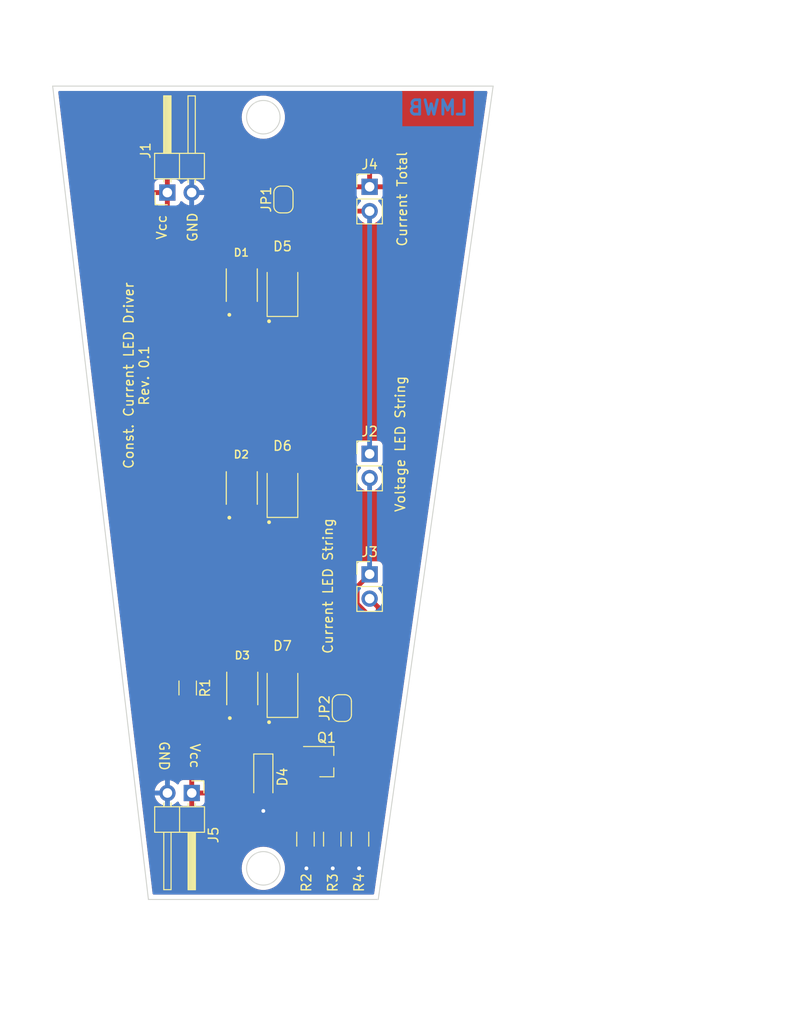
<source format=kicad_pcb>
(kicad_pcb (version 20240108) (generator "pcbnew") (generator_version "8.0")
  (layers (0 "F.Cu" signal) (31 "B.Cu" signal) (34 "B.Paste" user) (35 "F.Paste" user) (36 "B.SilkS" user "B.Silkscreen") (37 "F.SilkS" user "F.Silkscreen") (38 "B.Mask" user) (39 "F.Mask" user) (44 "Edge.Cuts" user))
  (net 0 "")
  (net 1 "Net-(D1-Pad1)")
  (net 2 "+12V")
  (net 3 "Net-(D2-Pad1)")
  (net 4 "Net-(D4-Pad1)")
  (net 5 "GND")
  (net 6 "/CS-")
  (net 7 "/C+")
  (net 8 "/C-")
  (net 9 "Net-(Q1-Pad2)")
  (net 10 "Net-(D5-Pad1)")
  (net 11 "Net-(D6-Pad1)")
  (footprint "Resistor_SMD:R_1206_3216Metric_Pad1.30x1.75mm_HandSolder" (layer "F.Cu") (at 128.9 139.7 -90)
    (property "Reference" "R2" (at 4.55 -0.1 90) (layer "F.SilkS"))
    (property "Value" "47")
    (fp_line (start -0.727064 0.91) (end 0.727064 0.91) (stroke (width 0.12)) (layer "F.SilkS"))
    (fp_line (start -0.727064 -0.91) (end 0.727064 -0.91) (stroke (width 0.12)) (layer "F.SilkS"))
    (pad "1" smd roundrect (at -1.55 0 270) (size 1.3 1.75) (layers "F.Cu" "F.Paste" "F.Mask") (roundrect_rratio 0.1923076923) (net 9 "Net-(Q1-Pad2)"))
    (pad "2" smd roundrect (at 1.55 0 270) (size 1.3 1.75) (layers "F.Cu" "F.Paste" "F.Mask") (roundrect_rratio 0.1923076923) (net 5 "GND"))
  )
  (footprint "Connector_PinHeader_2.54mm:PinHeader_1x02_P2.54mm_Vertical" (layer "F.Cu") (at 135.6 112.025)
    (property "Reference" "J3" (at 0 -2.33 0) (layer "F.SilkS"))
    (property "Value" "Conn_01x02")
    (fp_line (start -1.33 -1.33) (end 0 -1.33) (stroke (width 0.12)) (layer "F.SilkS"))
    (fp_line (start -1.33 0) (end -1.33 -1.33) (stroke (width 0.12)) (layer "F.SilkS"))
    (fp_line (start -1.33 1.27) (end -1.33 3.87) (stroke (width 0.12)) (layer "F.SilkS"))
    (fp_line (start -1.33 1.27) (end 1.33 1.27) (stroke (width 0.12)) (layer "F.SilkS"))
    (fp_line (start -1.33 3.87) (end 1.33 3.87) (stroke (width 0.12)) (layer "F.SilkS"))
    (fp_line (start 1.33 1.27) (end 1.33 3.87) (stroke (width 0.12)) (layer "F.SilkS"))
    (pad "1" thru_hole rect (at 0 0) (size 1.7 1.7) (drill 1) (layers "*.Cu" "*.Mask") (net 7 "/C+"))
    (pad "2" thru_hole oval (at 0 2.54) (size 1.7 1.7) (drill 1) (layers "*.Cu" "*.Mask") (net 8 "/C-"))
  )
  (footprint "Connector_PinHeader_2.54mm:PinHeader_1x02_P2.54mm_Horizontal" (layer "F.Cu") (at 114.475 72.125 90)
    (property "Reference" "J1" (at 4.385 -2.27 90) (layer "F.SilkS"))
    (property "Value" "Conn_01x02")
    (fp_line (start 4.1 -1.33) (end 1.44 -1.33) (stroke (width 0.12)) (layer "F.SilkS"))
    (fp_line (start 1.44 -1.33) (end 1.44 3.87) (stroke (width 0.12)) (layer "F.SilkS"))
    (fp_line (start -1.27 -1.27) (end 0 -1.27) (stroke (width 0.12)) (layer "F.SilkS"))
    (fp_line (start 10.1 -0.38) (end 10.1 0.38) (stroke (width 0.12)) (layer "F.SilkS"))
    (fp_line (start 4.1 -0.38) (end 10.1 -0.38) (stroke (width 0.12)) (layer "F.SilkS"))
    (fp_line (start 1.11 -0.38) (end 1.44 -0.38) (stroke (width 0.12)) (layer "F.SilkS"))
    (fp_line (start 4.1 -0.32) (end 10.1 -0.32) (stroke (width 0.12)) (layer "F.SilkS"))
    (fp_line (start 4.1 -0.2) (end 10.1 -0.2) (stroke (width 0.12)) (layer "F.SilkS"))
    (fp_line (start 4.1 -0.08) (end 10.1 -0.08) (stroke (width 0.12)) (layer "F.SilkS"))
    (fp_line (start -1.27 0) (end -1.27 -1.27) (stroke (width 0.12)) (layer "F.SilkS"))
    (fp_line (start 4.1 0.04) (end 10.1 0.04) (stroke (width 0.12)) (layer "F.SilkS"))
    (fp_line (start 4.1 0.16) (end 10.1 0.16) (stroke (width 0.12)) (layer "F.SilkS"))
    (fp_line (start 4.1 0.28) (end 10.1 0.28) (stroke (width 0.12)) (layer "F.SilkS"))
    (fp_line (start 10.1 0.38) (end 4.1 0.38) (stroke (width 0.12)) (layer "F.SilkS"))
    (fp_line (start 1.11 0.38) (end 1.44 0.38) (stroke (width 0.12)) (layer "F.SilkS"))
    (fp_line (start 1.44 1.27) (end 4.1 1.27) (stroke (width 0.12)) (layer "F.SilkS"))
    (fp_line (start 10.1 2.16) (end 10.1 2.92) (stroke (width 0.12)) (layer "F.SilkS"))
    (fp_line (start 4.1 2.16) (end 10.1 2.16) (stroke (width 0.12)) (layer "F.SilkS"))
    (fp_line (start 1.042929 2.16) (end 1.44 2.16) (stroke (width 0.12)) (layer "F.SilkS"))
    (fp_line (start 10.1 2.92) (end 4.1 2.92) (stroke (width 0.12)) (layer "F.SilkS"))
    (fp_line (start 1.042929 2.92) (end 1.44 2.92) (stroke (width 0.12)) (layer "F.SilkS"))
    (fp_line (start 4.1 3.87) (end 4.1 -1.33) (stroke (width 0.12)) (layer "F.SilkS"))
    (fp_line (start 1.44 3.87) (end 4.1 3.87) (stroke (width 0.12)) (layer "F.SilkS"))
    (pad "1" thru_hole rect (at 0 0 90) (size 1.7 1.7) (drill 1) (layers "*.Cu" "*.Mask") (net 2 "+12V"))
    (pad "2" thru_hole oval (at 0 2.54 90) (size 1.7 1.7) (drill 1) (layers "*.Cu" "*.Mask") (net 5 "GND"))
  )
  (footprint "Jumper:SolderJumper-2_P1.3mm_Bridged2Bar_RoundedPad1.0x1.5mm" (layer "F.Cu") (at 126.6 72.850001 90)
    (property "Reference" "JP1" (at 0 -1.8 90) (layer "F.SilkS"))
    (property "Value" "SolderJumper_2_Bridged")
    (fp_poly (pts (xy -0.25 -0.6) (xy 0.25 -0.6) (xy 0.25 -0.2) (xy -0.25 -0.2)) (fill solid) (layer "F.Cu"))
    (fp_poly (pts (xy -0.25 0.2) (xy 0.25 0.2) (xy 0.25 0.6) (xy -0.25 0.6)) (fill solid) (layer "F.Cu"))
    (fp_line (start -0.7 -1) (end 0.7 -1) (stroke (width 0.12)) (layer "F.SilkS"))
    (fp_line (start 1.4 -0.3) (end 1.4 0.3) (stroke (width 0.12)) (layer "F.SilkS"))
    (fp_line (start -1.4 0.3) (end -1.4 -0.3) (stroke (width 0.12)) (layer "F.SilkS"))
    (fp_line (start 0.7 1) (end -0.7 1) (stroke (width 0.12)) (layer "F.SilkS"))
    (fp_arc (start 0.7 -1) (mid 1.194975 -0.794975) (end 1.4 -0.3) (stroke (width 0.12)) (layer "F.SilkS"))
    (fp_arc (start -1.4 -0.3) (mid -1.194975 -0.794975) (end -0.7 -1) (stroke (width 0.12)) (layer "F.SilkS"))
    (fp_arc (start 1.4 0.3) (mid 1.194975 0.794975) (end 0.7 1) (stroke (width 0.12)) (layer "F.SilkS"))
    (fp_arc (start -0.7 1) (mid -1.194975 0.794975) (end -1.4 0.3) (stroke (width 0.12)) (layer "F.SilkS"))
    (pad "1" smd custom (at -0.65 0 90) (size 1 0.5) (layers "F.Cu" "F.Mask") (net 6 "/CS-") (options (clearance outline) (anchor rect)) (primitives (gr_circle (center 0 0.25) (end 0.5 0.25) (width 0) (fill yes)) (gr_circle (center 0 -0.25) (end 0.5 -0.25) (width 0) (fill yes)) (gr_poly (pts (xy 0.5 0.75) (xy 0 0.75) (xy 0 -0.75) (xy 0.5 -0.75)) (width 0) (fill yes))))
    (pad "2" smd custom (at 0.65 0 90) (size 1 0.5) (layers "F.Cu" "F.Mask") (net 2 "+12V") (options (clearance outline) (anchor rect)) (primitives (gr_circle (center 0 0.25) (end 0.5 0.25) (width 0) (fill yes)) (gr_circle (center 0 -0.25) (end 0.5 -0.25) (width 0) (fill yes)) (gr_poly (pts (xy 0 0.75) (xy -0.5 0.75) (xy -0.5 -0.75) (xy 0 -0.75)) (width 0) (fill yes))))
  )
  (footprint "Package_TO_SOT_SMD:SOT-23_Handsoldering" (layer "F.Cu") (at 131.1 131.6)
    (property "Reference" "Q1" (at 0 -2.5 0) (layer "F.SilkS"))
    (property "Value" "BC847")
    (fp_line (start 0.76 -1.58) (end -2.4 -1.58) (stroke (width 0.12)) (layer "F.SilkS"))
    (fp_line (start 0.76 -1.58) (end 0.76 -0.65) (stroke (width 0.12)) (layer "F.SilkS"))
    (fp_line (start 0.76 1.58) (end -0.7 1.58) (stroke (width 0.12)) (layer "F.SilkS"))
    (fp_line (start 0.76 1.58) (end 0.76 0.65) (stroke (width 0.12)) (layer "F.SilkS"))
    (pad "1" smd rect (at -1.5 -0.95) (size 1.9 0.8) (layers "F.Cu" "F.Paste" "F.Mask") (net 4 "Net-(D4-Pad1)"))
    (pad "2" smd rect (at -1.5 0.95) (size 1.9 0.8) (layers "F.Cu" "F.Paste" "F.Mask") (net 9 "Net-(Q1-Pad2)"))
    (pad "3" smd rect (at 1.5 0) (size 1.9 0.8) (layers "F.Cu" "F.Paste" "F.Mask") (net 8 "/C-"))
  )
  (footprint "LED_SMD_LMWB:LED_PLCC_2835_Handsoldering_XL" (layer "F.Cu") (at 126.5 123.775 90)
    (property "Reference" "D7" (at 4.275 0 0) (layer "F.SilkS"))
    (property "Value" "LED")
    (fp_line (start 1.4 -1.6) (end -3.2 -1.6) (stroke (width 0.12)) (layer "F.SilkS"))
    (fp_line (start -3.2 -1.6) (end -3.2 1.6) (stroke (width 0.12)) (layer "F.SilkS"))
    (fp_line (start 1.4 1.6) (end -3.2 1.6) (stroke (width 0.12)) (layer "F.SilkS"))
    (fp_circle (center -3.7 -1.4) (end -3.6 -1.4) (stroke (width 0.2)) (fill none) (layer "F.SilkS"))
    (pad "1" smd rect (at -1.3 0 90) (size 3 2.2) (layers "F.Cu" "F.Paste" "F.Mask") (net 7 "/C+"))
    (pad "2" smd rect (at 1.775 0 90) (size 2.05 2.2) (layers "F.Cu" "F.Paste" "F.Mask") (net 11 "Net-(D6-Pad1)"))
  )
  (footprint "LED_SMD_LMWB:LED_PLCC_2835_Handsoldering_XL" (layer "F.Cu") (at 126.5 102.875 90)
    (property "Reference" "D6" (at 4.275 0 0) (layer "F.SilkS"))
    (property "Value" "LED")
    (fp_line (start 1.4 -1.6) (end -3.2 -1.6) (stroke (width 0.12)) (layer "F.SilkS"))
    (fp_line (start -3.2 -1.6) (end -3.2 1.6) (stroke (width 0.12)) (layer "F.SilkS"))
    (fp_line (start 1.4 1.6) (end -3.2 1.6) (stroke (width 0.12)) (layer "F.SilkS"))
    (fp_circle (center -3.7 -1.4) (end -3.6 -1.4) (stroke (width 0.2)) (fill none) (layer "F.SilkS"))
    (pad "1" smd rect (at -1.3 0 90) (size 3 2.2) (layers "F.Cu" "F.Paste" "F.Mask") (net 11 "Net-(D6-Pad1)"))
    (pad "2" smd rect (at 1.775 0 90) (size 2.05 2.2) (layers "F.Cu" "F.Paste" "F.Mask") (net 10 "Net-(D5-Pad1)"))
  )
  (footprint "LED_SMD_LMWB:LED_3528_Handsolder_XL" (layer "F.Cu") (at 122.25 81.8 90)
    (property "Reference" "D1" (at 3.4 -0.05 180) (layer "F.SilkS") (effects (font (size 0.8 0.8))))
    (property "Value" "LED")
    (fp_line (start 1.7 -1.62) (end -1.7 -1.62) (stroke (width 0.127)) (layer "F.SilkS"))
    (fp_line (start -1.7 1.62) (end 1.7 1.62) (stroke (width 0.127)) (layer "F.SilkS"))
    (fp_circle (center -3.1 -1.3) (end -3 -1.3) (stroke (width 0.2)) (fill none) (layer "F.SilkS"))
    (pad "1" smd rect (at -1.55 0 90) (size 1.5 2.6) (layers "F.Cu" "F.Paste" "F.Mask") (net 1 "Net-(D1-Pad1)"))
    (pad "2" smd rect (at 1.55 0 90) (size 1.5 2.6) (layers "F.Cu" "F.Paste" "F.Mask") (net 6 "/CS-"))
  )
  (footprint "Resistor_SMD:R_1206_3216Metric_Pad1.30x1.75mm_HandSolder" (layer "F.Cu") (at 131.7 139.7 -90)
    (property "Reference" "R3" (at 4.55 -0.05 90) (layer "F.SilkS"))
    (property "Value" "47")
    (fp_line (start -0.727064 0.91) (end 0.727064 0.91) (stroke (width 0.12)) (layer "F.SilkS"))
    (fp_line (start -0.727064 -0.91) (end 0.727064 -0.91) (stroke (width 0.12)) (layer "F.SilkS"))
    (pad "1" smd roundrect (at -1.55 0 270) (size 1.3 1.75) (layers "F.Cu" "F.Paste" "F.Mask") (roundrect_rratio 0.1923076923) (net 9 "Net-(Q1-Pad2)"))
    (pad "2" smd roundrect (at 1.55 0 270) (size 1.3 1.75) (layers "F.Cu" "F.Paste" "F.Mask") (roundrect_rratio 0.1923076923) (net 5 "GND"))
  )
  (footprint "LED_SMD_LMWB:LED_3528_Handsolder_XL" (layer "F.Cu") (at 122.25 103 90)
    (property "Reference" "D2" (at 3.5 -0.05 0) (layer "F.SilkS") (effects (font (size 0.8 0.8))))
    (property "Value" "LED")
    (fp_line (start 1.7 -1.62) (end -1.7 -1.62) (stroke (width 0.127)) (layer "F.SilkS"))
    (fp_line (start -1.7 1.62) (end 1.7 1.62) (stroke (width 0.127)) (layer "F.SilkS"))
    (fp_circle (center -3.1 -1.3) (end -3 -1.3) (stroke (width 0.2)) (fill none) (layer "F.SilkS"))
    (pad "1" smd rect (at -1.55 0 90) (size 1.5 2.6) (layers "F.Cu" "F.Paste" "F.Mask") (net 3 "Net-(D2-Pad1)"))
    (pad "2" smd rect (at 1.55 0 90) (size 1.5 2.6) (layers "F.Cu" "F.Paste" "F.Mask") (net 1 "Net-(D1-Pad1)"))
  )
  (footprint "Connector_PinHeader_2.54mm:PinHeader_1x02_P2.54mm_Horizontal" (layer "F.Cu") (at 117.025 134.875 -90)
    (property "Reference" "J5" (at 4.385 -2.27 90) (layer "F.SilkS"))
    (property "Value" "Conn_01x02")
    (fp_line (start 1.44 3.87) (end 4.1 3.87) (stroke (width 0.12)) (layer "F.SilkS"))
    (fp_line (start 4.1 3.87) (end 4.1 -1.33) (stroke (width 0.12)) (layer "F.SilkS"))
    (fp_line (start 1.042929 2.92) (end 1.44 2.92) (stroke (width 0.12)) (layer "F.SilkS"))
    (fp_line (start 10.1 2.92) (end 4.1 2.92) (stroke (width 0.12)) (layer "F.SilkS"))
    (fp_line (start 1.042929 2.16) (end 1.44 2.16) (stroke (width 0.12)) (layer "F.SilkS"))
    (fp_line (start 4.1 2.16) (end 10.1 2.16) (stroke (width 0.12)) (layer "F.SilkS"))
    (fp_line (start 10.1 2.16) (end 10.1 2.92) (stroke (width 0.12)) (layer "F.SilkS"))
    (fp_line (start 1.44 1.27) (end 4.1 1.27) (stroke (width 0.12)) (layer "F.SilkS"))
    (fp_line (start 1.11 0.38) (end 1.44 0.38) (stroke (width 0.12)) (layer "F.SilkS"))
    (fp_line (start 10.1 0.38) (end 4.1 0.38) (stroke (width 0.12)) (layer "F.SilkS"))
    (fp_line (start 4.1 0.28) (end 10.1 0.28) (stroke (width 0.12)) (layer "F.SilkS"))
    (fp_line (start 4.1 0.16) (end 10.1 0.16) (stroke (width 0.12)) (layer "F.SilkS"))
    (fp_line (start 4.1 0.04) (end 10.1 0.04) (stroke (width 0.12)) (layer "F.SilkS"))
    (fp_line (start -1.27 0) (end -1.27 -1.27) (stroke (width 0.12)) (layer "F.SilkS"))
    (fp_line (start 4.1 -0.08) (end 10.1 -0.08) (stroke (width 0.12)) (layer "F.SilkS"))
    (fp_line (start 4.1 -0.2) (end 10.1 -0.2) (stroke (width 0.12)) (layer "F.SilkS"))
    (fp_line (start 4.1 -0.32) (end 10.1 -0.32) (stroke (width 0.12)) (layer "F.SilkS"))
    (fp_line (start 1.11 -0.38) (end 1.44 -0.38) (stroke (width 0.12)) (layer "F.SilkS"))
    (fp_line (start 4.1 -0.38) (end 10.1 -0.38) (stroke (width 0.12)) (layer "F.SilkS"))
    (fp_line (start 10.1 -0.38) (end 10.1 0.38) (stroke (width 0.12)) (layer "F.SilkS"))
    (fp_line (start -1.27 -1.27) (end 0 -1.27) (stroke (width 0.12)) (layer "F.SilkS"))
    (fp_line (start 1.44 -1.33) (end 1.44 3.87) (stroke (width 0.12)) (layer "F.SilkS"))
    (fp_line (start 4.1 -1.33) (end 1.44 -1.33) (stroke (width 0.12)) (layer "F.SilkS"))
    (pad "1" thru_hole rect (at 0 0 270) (size 1.7 1.7) (drill 1) (layers "*.Cu" "*.Mask") (net 2 "+12V"))
    (pad "2" thru_hole oval (at 0 2.54 270) (size 1.7 1.7) (drill 1) (layers "*.Cu" "*.Mask") (net 5 "GND"))
  )
  (footprint "LED_SMD_LMWB:LED_3528_Handsolder_XL" (layer "F.Cu") (at 122.3 123.95 90)
    (property "Reference" "D3" (at 3.45 0 0) (layer "F.SilkS") (effects (font (size 0.8 0.8))))
    (property "Value" "LED")
    (fp_line (start 1.7 -1.62) (end -1.7 -1.62) (stroke (width 0.127)) (layer "F.SilkS"))
    (fp_line (start -1.7 1.62) (end 1.7 1.62) (stroke (width 0.127)) (layer "F.SilkS"))
    (fp_circle (center -3.1 -1.3) (end -3 -1.3) (stroke (width 0.2)) (fill none) (layer "F.SilkS"))
    (pad "1" smd rect (at -1.55 0 90) (size 1.5 2.6) (layers "F.Cu" "F.Paste" "F.Mask") (net 7 "/C+"))
    (pad "2" smd rect (at 1.55 0 90) (size 1.5 2.6) (layers "F.Cu" "F.Paste" "F.Mask") (net 3 "Net-(D2-Pad1)"))
  )
  (footprint "LED_SMD_LMWB:LED_PLCC_2835_Handsoldering_XL" (layer "F.Cu") (at 126.5 81.875 90)
    (property "Reference" "D5" (at 4.125 0 0) (layer "F.SilkS"))
    (property "Value" "LED")
    (fp_line (start 1.4 -1.6) (end -3.2 -1.6) (stroke (width 0.12)) (layer "F.SilkS"))
    (fp_line (start -3.2 -1.6) (end -3.2 1.6) (stroke (width 0.12)) (layer "F.SilkS"))
    (fp_line (start 1.4 1.6) (end -3.2 1.6) (stroke (width 0.12)) (layer "F.SilkS"))
    (fp_circle (center -3.7 -1.4) (end -3.6 -1.4) (stroke (width 0.2)) (fill none) (layer "F.SilkS"))
    (pad "1" smd rect (at -1.3 0 90) (size 3 2.2) (layers "F.Cu" "F.Paste" "F.Mask") (net 10 "Net-(D5-Pad1)"))
    (pad "2" smd rect (at 1.775 0 90) (size 2.05 2.2) (layers "F.Cu" "F.Paste" "F.Mask") (net 6 "/CS-"))
  )
  (footprint "LED_SMD_LMWB:D_SOD-123_Handsolder" (layer "F.Cu") (at 124.5 133.2 -90)
    (property "Reference" "D4" (at 0 -2 -90) (layer "F.SilkS"))
    (property "Value" "D_Zener")
    (fp_line (start -2.4 1) (end 1.65 1) (stroke (width 0.12)) (layer "F.SilkS"))
    (fp_line (start -2.4 -1) (end -2.4 1) (stroke (width 0.12)) (layer "F.SilkS"))
    (fp_line (start -2.4 -1) (end 1.65 -1) (stroke (width 0.12)) (layer "F.SilkS"))
    (pad "1" smd rect (at -1.7 0 270) (size 1 1.2) (layers "F.Cu" "F.Paste" "F.Mask") (net 4 "Net-(D4-Pad1)"))
    (pad "2" smd rect (at 1.7 0 270) (size 1 1.2) (layers "F.Cu" "F.Paste" "F.Mask") (net 5 "GND"))
  )
  (footprint "Jumper:SolderJumper-2_P1.3mm_Bridged2Bar_RoundedPad1.0x1.5mm" (layer "F.Cu") (at 132.7 126 90)
    (property "Reference" "JP2" (at 0 -1.8 90) (layer "F.SilkS"))
    (property "Value" "SolderJumper_2_Bridged")
    (fp_poly (pts (xy -0.25 -0.6) (xy 0.25 -0.6) (xy 0.25 -0.2) (xy -0.25 -0.2)) (fill solid) (layer "F.Cu"))
    (fp_poly (pts (xy -0.25 0.2) (xy 0.25 0.2) (xy 0.25 0.6) (xy -0.25 0.6)) (fill solid) (layer "F.Cu"))
    (fp_line (start -0.7 -1) (end 0.7 -1) (stroke (width 0.12)) (layer "F.SilkS"))
    (fp_line (start 1.4 -0.3) (end 1.4 0.3) (stroke (width 0.12)) (layer "F.SilkS"))
    (fp_line (start -1.4 0.3) (end -1.4 -0.3) (stroke (width 0.12)) (layer "F.SilkS"))
    (fp_line (start 0.7 1) (end -0.7 1) (stroke (width 0.12)) (layer "F.SilkS"))
    (fp_arc (start 0.7 -1) (mid 1.194975 -0.794975) (end 1.4 -0.3) (stroke (width 0.12)) (layer "F.SilkS"))
    (fp_arc (start -1.4 -0.3) (mid -1.194975 -0.794975) (end -0.7 -1) (stroke (width 0.12)) (layer "F.SilkS"))
    (fp_arc (start 1.4 0.3) (mid 1.194975 0.794975) (end 0.7 1) (stroke (width 0.12)) (layer "F.SilkS"))
    (fp_arc (start -0.7 1) (mid -1.194975 0.794975) (end -1.4 0.3) (stroke (width 0.12)) (layer "F.SilkS"))
    (pad "1" smd custom (at -0.65 0 90) (size 1 0.5) (layers "F.Cu" "F.Mask") (net 8 "/C-") (options (clearance outline) (anchor rect)) (primitives (gr_circle (center 0 0.25) (end 0.5 0.25) (width 0) (fill yes)) (gr_circle (center 0 -0.25) (end 0.5 -0.25) (width 0) (fill yes)) (gr_poly (pts (xy 0.5 0.75) (xy 0 0.75) (xy 0 -0.75) (xy 0.5 -0.75)) (width 0) (fill yes))))
    (pad "2" smd custom (at 0.65 0 90) (size 1 0.5) (layers "F.Cu" "F.Mask") (net 7 "/C+") (options (clearance outline) (anchor rect)) (primitives (gr_circle (center 0 0.25) (end 0.5 0.25) (width 0) (fill yes)) (gr_circle (center 0 -0.25) (end 0.5 -0.25) (width 0) (fill yes)) (gr_poly (pts (xy 0 0.75) (xy -0.5 0.75) (xy -0.5 -0.75) (xy 0 -0.75)) (width 0) (fill yes))))
  )
  (footprint "Resistor_SMD:R_1206_3216Metric_Pad1.30x1.75mm_HandSolder" (layer "F.Cu") (at 134.6 139.7 -90)
    (property "Reference" "R4" (at 4.55 0.1 90) (layer "F.SilkS"))
    (property "Value" "47")
    (fp_line (start -0.727064 0.91) (end 0.727064 0.91) (stroke (width 0.12)) (layer "F.SilkS"))
    (fp_line (start -0.727064 -0.91) (end 0.727064 -0.91) (stroke (width 0.12)) (layer "F.SilkS"))
    (pad "1" smd roundrect (at -1.55 0 270) (size 1.3 1.75) (layers "F.Cu" "F.Paste" "F.Mask") (roundrect_rratio 0.1923076923) (net 9 "Net-(Q1-Pad2)"))
    (pad "2" smd roundrect (at 1.55 0 270) (size 1.3 1.75) (layers "F.Cu" "F.Paste" "F.Mask") (roundrect_rratio 0.1923076923) (net 5 "GND"))
  )
  (footprint "Resistor_SMD:R_1206_3216Metric_Pad1.30x1.75mm_HandSolder" (layer "F.Cu") (at 116.6 123.9 -90)
    (property "Reference" "R1" (at 0 -1.82 90) (layer "F.SilkS"))
    (property "Value" "4k7")
    (fp_line (start -0.727064 0.91) (end 0.727064 0.91) (stroke (width 0.12)) (layer "F.SilkS"))
    (fp_line (start -0.727064 -0.91) (end 0.727064 -0.91) (stroke (width 0.12)) (layer "F.SilkS"))
    (pad "1" smd roundrect (at -1.55 0 270) (size 1.3 1.75) (layers "F.Cu" "F.Paste" "F.Mask") (roundrect_rratio 0.1923076923) (net 6 "/CS-"))
    (pad "2" smd roundrect (at 1.55 0 270) (size 1.3 1.75) (layers "F.Cu" "F.Paste" "F.Mask") (roundrect_rratio 0.1923076923) (net 4 "Net-(D4-Pad1)"))
  )
  (footprint "Connector_PinHeader_2.54mm:PinHeader_1x02_P2.54mm_Vertical" (layer "F.Cu") (at 135.6 71.525)
    (property "Reference" "J4" (at 0 -2.33 0) (layer "F.SilkS"))
    (property "Value" "Conn_01x02")
    (fp_line (start -1.33 -1.33) (end 0 -1.33) (stroke (width 0.12)) (layer "F.SilkS"))
    (fp_line (start -1.33 0) (end -1.33 -1.33) (stroke (width 0.12)) (layer "F.SilkS"))
    (fp_line (start -1.33 1.27) (end -1.33 3.87) (stroke (width 0.12)) (layer "F.SilkS"))
    (fp_line (start -1.33 1.27) (end 1.33 1.27) (stroke (width 0.12)) (layer "F.SilkS"))
    (fp_line (start -1.33 3.87) (end 1.33 3.87) (stroke (width 0.12)) (layer "F.SilkS"))
    (fp_line (start 1.33 1.27) (end 1.33 3.87) (stroke (width 0.12)) (layer "F.SilkS"))
    (pad "1" thru_hole rect (at 0 0) (size 1.7 1.7) (drill 1) (layers "*.Cu" "*.Mask") (net 2 "+12V"))
    (pad "2" thru_hole oval (at 0 2.54) (size 1.7 1.7) (drill 1) (layers "*.Cu" "*.Mask") (net 6 "/CS-"))
  )
  (footprint "Connector_PinHeader_2.54mm:PinHeader_1x02_P2.54mm_Vertical" (layer "F.Cu") (at 135.6 99.425)
    (property "Reference" "J2" (at 0 -2.33 0) (layer "F.SilkS"))
    (property "Value" "Conn_01x02")
    (fp_line (start -1.33 -1.33) (end 0 -1.33) (stroke (width 0.12)) (layer "F.SilkS"))
    (fp_line (start -1.33 0) (end -1.33 -1.33) (stroke (width 0.12)) (layer "F.SilkS"))
    (fp_line (start -1.33 1.27) (end -1.33 3.87) (stroke (width 0.12)) (layer "F.SilkS"))
    (fp_line (start -1.33 1.27) (end 1.33 1.27) (stroke (width 0.12)) (layer "F.SilkS"))
    (fp_line (start -1.33 3.87) (end 1.33 3.87) (stroke (width 0.12)) (layer "F.SilkS"))
    (fp_line (start 1.33 1.27) (end 1.33 3.87) (stroke (width 0.12)) (layer "F.SilkS"))
    (pad "1" thru_hole rect (at 0 0) (size 1.7 1.7) (drill 1) (layers "*.Cu" "*.Mask") (net 6 "/CS-"))
    (pad "2" thru_hole oval (at 0 2.54) (size 1.7 1.7) (drill 1) (layers "*.Cu" "*.Mask") (net 7 "/C+"))
  )
  (gr_line (start 112.5 146) (end 102.5 61) (stroke (width 0.1)) (layer "Edge.Cuts"))
  (gr_circle (center 124.5 64.25) (end 126.25 64.25) (stroke (width 0.1)) (fill none) (layer "Edge.Cuts"))
  (gr_line (start 148.5 61) (end 102.5 61) (stroke (width 0.1)) (layer "Edge.Cuts"))
  (gr_line (start 136.5 146) (end 148.5 61) (stroke (width 0.1)) (layer "Edge.Cuts"))
  (gr_circle (center 124.5 142.75) (end 126.25 142.75) (stroke (width 0.1)) (fill none) (layer "Edge.Cuts"))
  (gr_line (start 112.5 146) (end 136.5 146) (stroke (width 0.1)) (layer "Edge.Cuts"))
  (gr_text "LMWB" (at 142.75 63.25 0) (layer "B.Cu") (effects (font (size 1.5 1.5) (thickness 0.3)) (justify mirror)))
  (gr_text "Vcc\n\nGND" (at 115.75 131 270) (layer "F.SilkS") (effects (font (size 1 1))))
  (gr_text "Current Total" (at 139 72.8 90) (layer "F.SilkS") (effects (font (size 1 1))))
  (gr_text "Vcc\n\nGND" (at 115.5 75.75 90) (layer "F.SilkS") (effects (font (size 1 1))))
  (gr_text "Const. Current LED Driver\nRev. 0.1" (at 111.25 91.25 90) (layer "F.SilkS") (effects (font (size 1 1))))
  (gr_text "Current LED String" (at 131.25 113.25 90) (layer "F.SilkS") (effects (font (size 1 1))))
  (gr_text "Voltage LED String" (at 138.8 98.4 90) (layer "F.SilkS") (effects (font (size 1 1))))
  (segment (start 122.25 83.35) (end 122.25 101.45) (width 0.5) (layer "F.Cu") (net 1))
  (segment (start 122.25 104.55) (end 122.25 122.35) (width 0.5) (layer "F.Cu") (net 3))
  (segment (start 122.25 122.35) (end 122.3 122.4) (width 0.5) (layer "F.Cu") (net 3))
  (segment (start 125.5625 130.65) (end 124.5 131.7125) (width 0.5) (layer "F.Cu") (net 4))
  (segment (start 121.7125 131.7125) (end 124.5 131.7125) (width 0.5) (layer "F.Cu") (net 4))
  (segment (start 116.6 125.45) (end 116.6 126.6) (width 0.5) (layer "F.Cu") (net 4))
  (segment (start 130.1625 130.65) (end 125.5625 130.65) (width 0.5) (layer "F.Cu") (net 4))
  (segment (start 116.6 126.6) (end 121.7125 131.7125) (width 0.5) (layer "F.Cu") (net 4))
  (segment (start 128.9 141.25) (end 128.9 142.65) (width 0.5) (layer "F.Cu") (net 5))
  (segment (start 131.7 142.7) (end 131.75 142.75) (width 0.5) (layer "F.Cu") (net 5))
  (segment (start 124.5 134.6875) (end 124.5 136.75) (width 0.5) (layer "F.Cu") (net 5))
  (segment (start 128.9 141.25) (end 131.7 141.25) (width 0.5) (layer "F.Cu") (net 5))
  (segment (start 134.6 141.25) (end 134.6 142.65) (width 0.5) (layer "F.Cu") (net 5))
  (segment (start 134.6 142.65) (end 134.5 142.75) (width 0.5) (layer "F.Cu") (net 5))
  (segment (start 131.7 141.25) (end 131.7 142.7) (width 0.5) (layer "F.Cu") (net 5))
  (segment (start 134.6 141.25) (end 131.7 141.25) (width 0.5) (layer "F.Cu") (net 5))
  (segment (start 128.9 142.65) (end 129 142.75) (width 0.5) (layer "F.Cu") (net 5))
  (via (at 131.75 142.75) (size 0.8) (drill 0.4) (layers "F.Cu" "B.Cu") (net 5))
  (via (at 124.5 136.75) (size 0.8) (drill 0.4) (layers "F.Cu" "B.Cu") (net 5))
  (via (at 129 142.75) (size 0.8) (drill 0.4) (layers "F.Cu" "B.Cu") (net 5))
  (via (at 134.5 142.75) (size 0.8) (drill 0.4) (layers "F.Cu" "B.Cu") (net 5))
  (segment (start 126.5 73.600001) (end 126.6 73.500001) (width 0.5) (layer "F.Cu") (net 6))
  (segment (start 126.5 80) (end 122.5 80) (width 0.5) (layer "F.Cu") (net 6))
  (segment (start 135.6 74.065) (end 127.164999 74.065) (width 0.5) (layer "F.Cu") (net 6))
  (segment (start 116.6 122.35) (end 119 119.95) (width 0.5) (layer "F.Cu") (net 6))
  (segment (start 122.5 80) (end 122.25 80.25) (width 0.5) (layer "F.Cu") (net 6))
  (segment (start 119 119.95) (end 119 83.5) (width 0.5) (layer "F.Cu") (net 6))
  (segment (start 127.164999 74.065) (end 126.6 73.500001) (width 0.5) (layer "F.Cu") (net 6))
  (segment (start 126.5 80) (end 126.5 73.600001) (width 0.5) (layer "F.Cu") (net 6))
  (segment (start 119 83.5) (end 122.25 80.25) (width 0.5) (layer "F.Cu") (net 6))
  (segment (start 135.6 99.425) (end 135.6 74.065) (width 0.5) (layer "B.Cu") (net 6))
  (segment (start 134.3 115.103478) (end 135.8 116.603478) (width 0.5) (layer "F.Cu") (net 7))
  (segment (start 135.8 116.603478) (end 135.8 124.95) (width 0.5) (layer "F.Cu") (net 7))
  (segment (start 126.5 125.175) (end 122.625 125.175) (width 0.5) (layer "F.Cu") (net 7))
  (segment (start 135.6 112.025) (end 134.3 113.325) (width 0.5) (layer "F.Cu") (net 7))
  (segment (start 135.4 125.35) (end 132.7 125.35) (width 0.5) (layer "F.Cu") (net 7))
  (segment (start 135.8 124.95) (end 135.4 125.35) (width 0.5) (layer "F.Cu") (net 7))
  (segment (start 132.525 125.175) (end 132.7 125.35) (width 0.5) (layer "F.Cu") (net 7))
  (segment (start 134.3 113.325) (end 134.3 115.103478) (width 0.5) (layer "F.Cu") (net 7))
  (segment (start 126.5 125.175) (end 132.525 125.175) (width 0.5) (layer "F.Cu") (net 7))
  (segment (start 122.625 125.175) (end 122.3 125.5) (width 0.5) (layer "F.Cu") (net 7))
  (segment (start 135.6 101.965) (end 135.6 112.025) (width 0.5) (layer "B.Cu") (net 7))
  (segment (start 135 126.75) (end 132.8 126.75) (width 0.5) (layer "F.Cu") (net 8))
  (segment (start 135.6 114.565) (end 136.5 115.465) (width 0.5) (layer "F.Cu") (net 8))
  (segment (start 132.8 126.75) (end 132.7 126.65) (width 0.5) (layer "F.Cu") (net 8))
  (segment (start 132.7 126.65) (end 132.75 126.7) (width 0.5) (layer "F.Cu") (net 8))
  (segment (start 132.7 131.5) (end 132.6 131.6) (width 0.5) (layer "F.Cu") (net 8))
  (segment (start 136.5 115.465) (end 136.5 125.25) (width 0.5) (layer "F.Cu") (net 8))
  (segment (start 132.7 126.65) (end 132.7 131.5) (width 0.5) (layer "F.Cu") (net 8))
  (segment (start 136.5 125.25) (end 135 126.75) (width 0.5) (layer "F.Cu") (net 8))
  (segment (start 128.5 134.2125) (end 128.5 137.75) (width 0.5) (layer "F.Cu") (net 9))
  (segment (start 130.1625 132.55) (end 128.5 134.2125) (width 0.5) (layer "F.Cu") (net 9))
  (segment (start 131.7 138.15) (end 134.6 138.15) (width 0.5) (layer "F.Cu") (net 9))
  (segment (start 128.5 137.75) (end 128.9 138.15) (width 0.5) (layer "F.Cu") (net 9))
  (segment (start 128.9 138.15) (end 131.7 138.15) (width 0.5) (layer "F.Cu") (net 9))
  (segment (start 126.5 83.275) (end 126.5 101) (width 0.5) (layer "F.Cu") (net 10))
  (segment (start 126.5 104.275) (end 126.5 121.9) (width 0.5) (layer "F.Cu") (net 11))
  (zone (net 2) (net_name "+12V") (layer "F.Cu") (connect_pads (clearance 0.508)) (min_thickness 0.254) (fill yes (thermal_gap 0.508) (thermal_bridge_width 0.508))
    (polygon (pts (xy 151.1 147.2) (xy 98.9 147.2) (xy 99.2 60.3) (xy 151.4 60.4)))
  )
  (zone (net 5) (net_name "GND") (layer "B.Cu") (connect_pads (clearance 0.508)) (min_thickness 0.254) (fill yes (thermal_gap 0.508) (thermal_bridge_width 0.508))
    (polygon (pts (xy 151 147) (xy 97 147) (xy 97 58) (xy 152 58)))
  )
)
</source>
